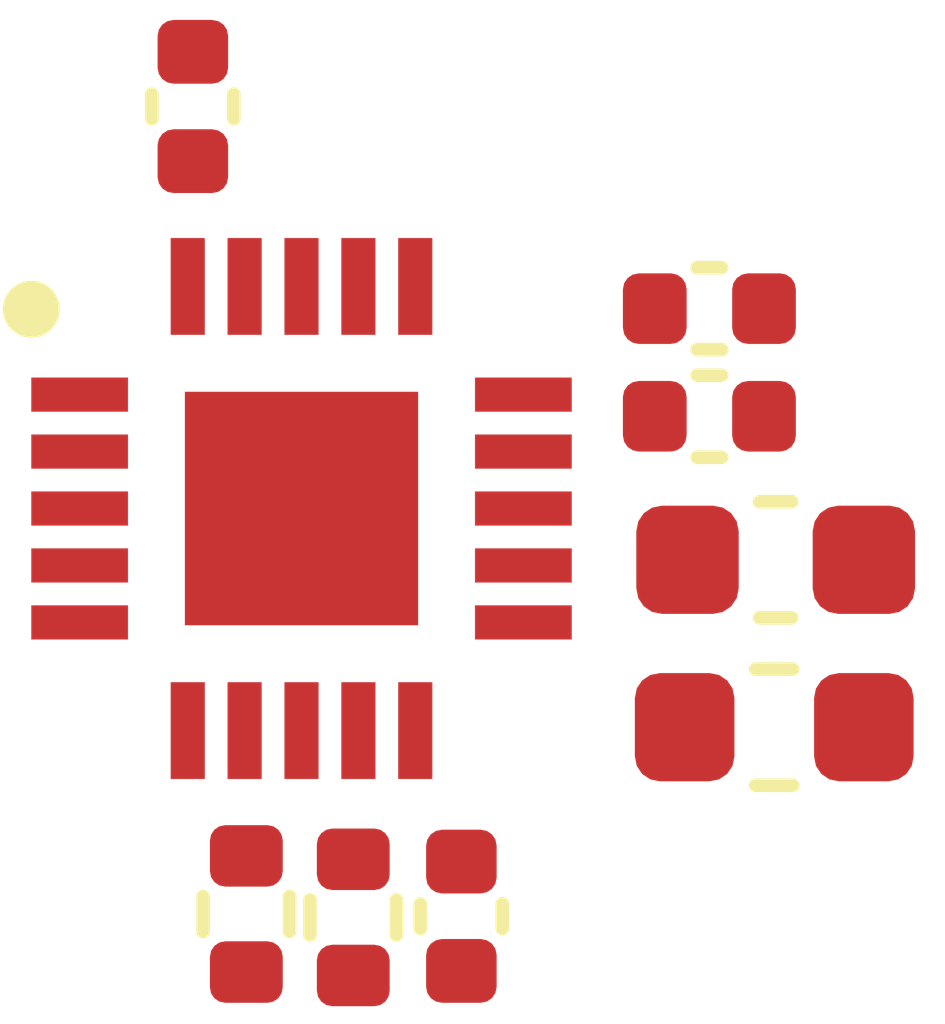
<source format=kicad_pcb>
(kicad_pcb (version 20241229) (generator "pcbnew") (generator_version "9.0")
  (title_block (title "${PCB_NAME}") (date "${CURRENT_DATE}") (rev "${PCB_VERSION}"))
  (layers (0 "F.Cu" signal) (2 "B.Cu" signal) (13 "F.Paste" user) (15 "B.Paste" user) (5 "F.SilkS" user "F.Silkscreen") (7 "B.SilkS" user "B.Silkscreen") (1 "F.Mask" user) (3 "B.Mask" user) (25 "Edge.Cuts" user))
  (net 0 "")
  (net 1 "RTS")
  (net 2 "USBDP_INTERNAL")
  (net 3 "CBUS3")
  (net 4 "VCC")
  (net 5 "DTR")
  (net 6 "NC")
  (net 7 "UART_RX")
  (net 8 "USB_D_N")
  (net 9 "USB_VCC")
  (net 10 "USB_D_P")
  (net 11 "P3V3OUT")
  (net 12 "CBUS2")
  (net 13 "USBDM_INTERNAL")
  (net 14 "VCCIO")
  (net 15 "CBUS1")
  (net 16 "GND")
  (net 17 "UART_TX")
  (net 18 "NC_2")
  (net 19 "CTS")
  (net 20 "NC_3")
  (net 21 "CBUS0")
  (footprint "C_0402_1005Metric:C_0402_1005Metric" (layer "F.Cu") (at 151.13 104.485)
    (property "Reference" "C3" (hide yes))
    (property "Value" "100nF 10V" (hide yes))
    (fp_line (start -0.107836 -0.36) (end 0.107836 -0.36) (stroke (width 0.12)) (layer "F.SilkS"))
    (fp_line (start -0.107836 0.36) (end 0.107836 0.36) (stroke (width 0.12)) (layer "F.SilkS"))
    (pad "1" smd roundrect (at -0.48 0) (size 0.56 0.62) (layers "F.Cu" "F.Mask" "F.Paste") (net 4 "VCC"))
    (pad "2" smd roundrect (at 0.48 0) (size 0.56 0.62) (layers "F.Cu" "F.Mask" "F.Paste") (net 16 "GND"))
  )
  (footprint "C_0603_1608Metric:C_0603_1608Metric" (layer "F.Cu") (at 151.7125 106.69)
    (property "Reference" "C5" (hide yes))
    (property "Value" "4.7uF 10V" (hide yes))
    (fp_line (start -0.14058 -0.51) (end 0.14058 -0.51) (stroke (width 0.12)) (layer "F.SilkS"))
    (fp_line (start -0.14058 0.51) (end 0.14058 0.51) (stroke (width 0.12)) (layer "F.SilkS"))
    (pad "1" smd roundrect (at -0.775 0) (size 0.9 0.95) (layers "F.Cu" "F.Mask" "F.Paste") (net 4 "VCC"))
    (pad "2" smd roundrect (at 0.775 0) (size 0.9 0.95) (layers "F.Cu" "F.Mask" "F.Paste") (net 16 "GND"))
  )
  (footprint "QFN50P400X400X80-21N:QFN50P400X400X80-21N" (layer "F.Cu") (at 147.545 106.24)
    (property "Reference" "IC1" (hide yes))
    (property "Value" "FT231XQMR" (hide yes))
    (fp_circle (center -2.375 -1.75) (end -2.375 -1.625) (stroke (width 0.25)) (fill no) (layer "F.SilkS"))
    (pad "1" smd rect (at -1.95 -1 90) (size 0.3 0.85) (layers "F.Cu" "F.Mask" "F.Paste") (net 7 "UART_RX"))
    (pad "2" smd rect (at -1.95 -0.5 90) (size 0.3 0.85) (layers "F.Cu" "F.Mask" "F.Paste") (net 20 "NC_3"))
    (pad "3" smd rect (at -1.95 0 90) (size 0.3 0.85) (layers "F.Cu" "F.Mask" "F.Paste") (net 16 "GND"))
    (pad "4" smd rect (at -1.95 0.5 90) (size 0.3 0.85) (layers "F.Cu" "F.Mask" "F.Paste") (net 6 "NC"))
    (pad "5" smd rect (at -1.95 1 90) (size 0.3 0.85) (layers "F.Cu" "F.Mask" "F.Paste") (net 18 "NC_2"))
    (pad "6" smd rect (at -1 1.95) (size 0.3 0.85) (layers "F.Cu" "F.Mask" "F.Paste") (net 19 "CTS"))
    (pad "7" smd rect (at -0.5 1.95) (size 0.3 0.85) (layers "F.Cu" "F.Mask" "F.Paste") (net 12 "CBUS2"))
    (pad "8" smd rect (at 0 1.95) (size 0.3 0.85) (layers "F.Cu" "F.Mask" "F.Paste") (net 2 "USBDP_INTERNAL"))
    (pad "9" smd rect (at 0.5 1.95) (size 0.3 0.85) (layers "F.Cu" "F.Mask" "F.Paste") (net 13 "USBDM_INTERNAL"))
    (pad "10" smd rect (at 1 1.95) (size 0.3 0.85) (layers "F.Cu" "F.Mask" "F.Paste") (net 11 "P3V3OUT"))
    (pad "11" smd rect (at 1.95 1 90) (size 0.3 0.85) (layers "F.Cu" "F.Mask" "F.Paste") (net 4 "VCC"))
    (pad "12" smd rect (at 1.95 0.5 90) (size 0.3 0.85) (layers "F.Cu" "F.Mask" "F.Paste") (net 4 "VCC"))
    (pad "13" smd rect (at 1.95 0 90) (size 0.3 0.85) (layers "F.Cu" "F.Mask" "F.Paste") (net 16 "GND"))
    (pad "14" smd rect (at 1.95 -0.5 90) (size 0.3 0.85) (layers "F.Cu" "F.Mask" "F.Paste") (net 15 "CBUS1"))
    (pad "15" smd rect (at 1.95 -1 90) (size 0.3 0.85) (layers "F.Cu" "F.Mask" "F.Paste") (net 21 "CBUS0"))
    (pad "16" smd rect (at 1 -1.95) (size 0.3 0.85) (layers "F.Cu" "F.Mask" "F.Paste") (net 3 "CBUS3"))
    (pad "17" smd rect (at 0.5 -1.95) (size 0.3 0.85) (layers "F.Cu" "F.Mask" "F.Paste") (net 17 "UART_TX"))
    (pad "18" smd rect (at 0 -1.95) (size 0.3 0.85) (layers "F.Cu" "F.Mask" "F.Paste") (net 5 "DTR"))
    (pad "19" smd rect (at -0.5 -1.95) (size 0.3 0.85) (layers "F.Cu" "F.Mask" "F.Paste") (net 1 "RTS"))
    (pad "20" smd rect (at -1 -1.95) (size 0.3 0.85) (layers "F.Cu" "F.Mask" "F.Paste") (net 14 "VCCIO"))
    (pad "21" smd rect (at 0 0) (size 2.05 2.05) (layers "F.Cu" "F.Mask" "F.Paste") (net 16 "GND"))
  )
  (footprint "L_0603_1608Metric:L_0603_1608Metric" (layer "F.Cu") (at 151.7 108.16 180)
    (property "Reference" "L1" (hide yes))
    (property "Value" "600nH" (hide yes))
    (fp_line (start -0.16278 0.51) (end 0.16278 0.51) (stroke (width 0.12)) (layer "F.SilkS"))
    (fp_line (start -0.16278 -0.51) (end 0.16278 -0.51) (stroke (width 0.12)) (layer "F.SilkS"))
    (pad "1" smd roundrect (at -0.787501 0 180) (size 0.875 0.95) (layers "F.Cu" "F.Mask" "F.Paste") (net 9 "USB_VCC"))
    (pad "2" smd roundrect (at 0.787501 0 180) (size 0.875 0.95) (layers "F.Cu" "F.Mask" "F.Paste") (net 4 "VCC"))
  )
  (footprint "R_0402_1005Metric:R_0402_1005Metric" (layer "F.Cu") (at 148 109.830001 -90)
    (property "Reference" "R1" (hide yes))
    (property "Value" "27 5%" (hide yes))
    (fp_line (start -0.153641 0.38) (end 0.153641 0.38) (stroke (width 0.12)) (layer "F.SilkS"))
    (fp_line (start -0.153641 -0.38) (end 0.153641 -0.38) (stroke (width 0.12)) (layer "F.SilkS"))
    (pad "1" smd roundrect (at -0.509999 0 270) (size 0.54 0.64) (layers "F.Cu" "F.Mask" "F.Paste") (net 13 "USBDM_INTERNAL"))
    (pad "2" smd roundrect (at 0.509999 0 270) (size 0.54 0.64) (layers "F.Cu" "F.Mask" "F.Paste") (net 8 "USB_D_N"))
  )
  (footprint "C_0402_1005Metric:C_0402_1005Metric" (layer "F.Cu") (at 148.95 109.82 -90)
    (property "Reference" "C1" (hide yes))
    (property "Value" "100nF 6.3V" (hide yes))
    (fp_line (start -0.107836 0.36) (end 0.107836 0.36) (stroke (width 0.12)) (layer "F.SilkS"))
    (fp_line (start -0.107836 -0.36) (end 0.107836 -0.36) (stroke (width 0.12)) (layer "F.SilkS"))
    (pad "1" smd roundrect (at -0.48 0 270) (size 0.56 0.62) (layers "F.Cu" "F.Mask" "F.Paste") (net 11 "P3V3OUT"))
    (pad "2" smd roundrect (at 0.48 0 270) (size 0.56 0.62) (layers "F.Cu" "F.Mask" "F.Paste") (net 16 "GND"))
  )
  (footprint "C_0402_1005Metric:C_0402_1005Metric" (layer "F.Cu") (at 151.13 105.43)
    (property "Reference" "C4" (hide yes))
    (property "Value" "100nF 10V" (hide yes))
    (fp_line (start -0.107836 -0.36) (end 0.107836 -0.36) (stroke (width 0.12)) (layer "F.SilkS"))
    (fp_line (start -0.107836 0.36) (end 0.107836 0.36) (stroke (width 0.12)) (layer "F.SilkS"))
    (pad "1" smd roundrect (at -0.48 0) (size 0.56 0.62) (layers "F.Cu" "F.Mask" "F.Paste") (net 4 "VCC"))
    (pad "2" smd roundrect (at 0.48 0) (size 0.56 0.62) (layers "F.Cu" "F.Mask" "F.Paste") (net 16 "GND"))
  )
  (footprint "C_0402_1005Metric:C_0402_1005Metric" (layer "F.Cu") (at 146.59 102.71 90)
    (property "Reference" "C2" (hide yes))
    (property "Value" "100nF 10V" (hide yes))
    (fp_line (start -0.107836 -0.36) (end 0.107836 -0.36) (stroke (width 0.12)) (layer "F.SilkS"))
    (fp_line (start -0.107836 0.36) (end 0.107836 0.36) (stroke (width 0.12)) (layer "F.SilkS"))
    (pad "1" smd roundrect (at -0.48 0 90) (size 0.56 0.62) (layers "F.Cu" "F.Mask" "F.Paste") (net 14 "VCCIO"))
    (pad "2" smd roundrect (at 0.48 0 90) (size 0.56 0.62) (layers "F.Cu" "F.Mask" "F.Paste") (net 16 "GND"))
  )
  (footprint "R_0402_1005Metric:R_0402_1005Metric" (layer "F.Cu") (at 147.06 109.800001 -90)
    (property "Reference" "R2" (hide yes))
    (property "Value" "27 5%" (hide yes))
    (fp_line (start -0.153641 0.38) (end 0.153641 0.38) (stroke (width 0.12)) (layer "F.SilkS"))
    (fp_line (start -0.153641 -0.38) (end 0.153641 -0.38) (stroke (width 0.12)) (layer "F.SilkS"))
    (pad "1" smd roundrect (at -0.509999 0 270) (size 0.54 0.64) (layers "F.Cu" "F.Mask" "F.Paste") (net 2 "USBDP_INTERNAL"))
    (pad "2" smd roundrect (at 0.509999 0 270) (size 0.54 0.64) (layers "F.Cu" "F.Mask" "F.Paste") (net 10 "USB_D_P"))
  )
)
</source>
